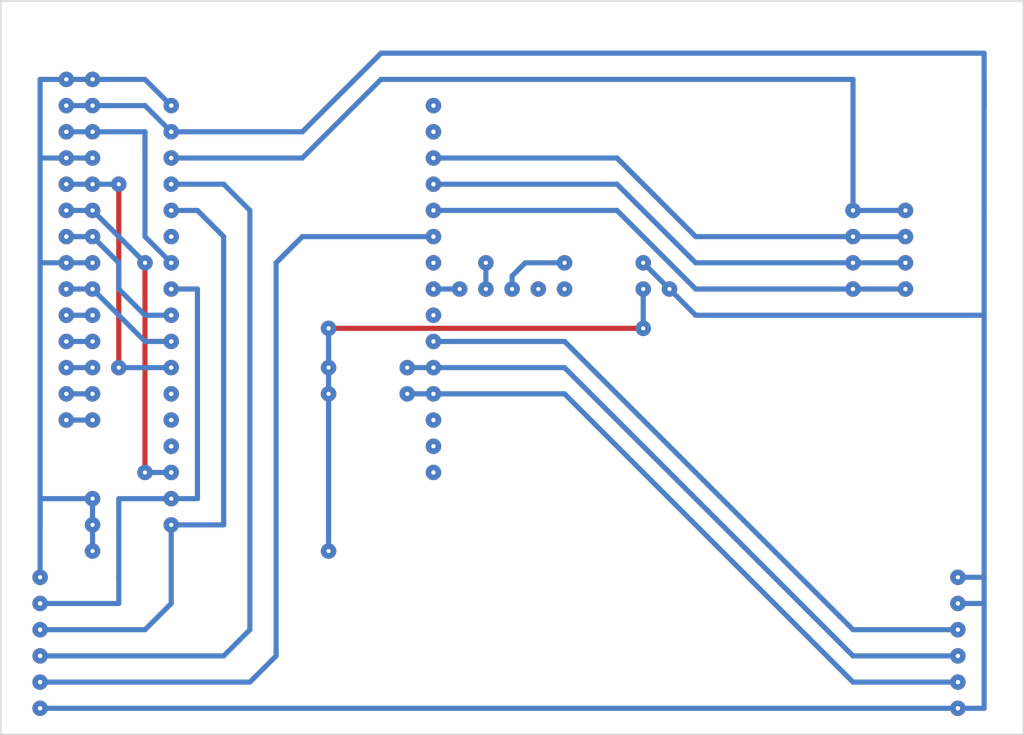
<source format=kicad_pcb>
(kicad_pcb (version 20171130) (host pcbnew "(5.0.1-3-g963ef8bb5)")

  (general
    (thickness 1.6)
    (drawings 4)
    (tracks 437)
    (zones 0)
    (modules 0)
    (nets 1)
  )

  (page A4)
  (layers
    (0 F.Cu signal)
    (31 B.Cu signal)
    (32 B.Adhes user)
    (33 F.Adhes user)
    (34 B.Paste user)
    (35 F.Paste user)
    (36 B.SilkS user)
    (37 F.SilkS user)
    (38 B.Mask user)
    (39 F.Mask user)
    (40 Dwgs.User user)
    (41 Cmts.User user)
    (42 Eco1.User user)
    (43 Eco2.User user)
    (44 Edge.Cuts user)
    (45 Margin user)
    (46 B.CrtYd user)
    (47 F.CrtYd user)
    (48 B.Fab user)
    (49 F.Fab user)
  )

  (setup
    (last_trace_width 0.5)
    (trace_clearance 0.2)
    (zone_clearance 0.508)
    (zone_45_only no)
    (trace_min 0.2)
    (segment_width 0.2)
    (edge_width 0.15)
    (via_size 1.5)
    (via_drill 0.4)
    (via_min_size 0.4)
    (via_min_drill 0.3)
    (uvia_size 0.3)
    (uvia_drill 0.1)
    (uvias_allowed no)
    (uvia_min_size 0.2)
    (uvia_min_drill 0.1)
    (pcb_text_width 0.3)
    (pcb_text_size 1.5 1.5)
    (mod_edge_width 0.15)
    (mod_text_size 1 1)
    (mod_text_width 0.15)
    (pad_size 1.524 1.524)
    (pad_drill 0.762)
    (pad_to_mask_clearance 0.051)
    (solder_mask_min_width 0.25)
    (aux_axis_origin 0 0)
    (visible_elements FFFFFF7F)
    (pcbplotparams
      (layerselection 0x010fc_ffffffff)
      (usegerberextensions false)
      (usegerberattributes false)
      (usegerberadvancedattributes false)
      (creategerberjobfile false)
      (excludeedgelayer true)
      (linewidth 0.150000)
      (plotframeref false)
      (viasonmask false)
      (mode 1)
      (useauxorigin false)
      (hpglpennumber 1)
      (hpglpenspeed 20)
      (hpglpendiameter 15.000000)
      (psnegative false)
      (psa4output false)
      (plotreference true)
      (plotvalue true)
      (plotinvisibletext false)
      (padsonsilk false)
      (subtractmaskfromsilk false)
      (outputformat 1)
      (mirror false)
      (drillshape 1)
      (scaleselection 1)
      (outputdirectory ""))
  )

  (net 0 "")

  (net_class Default "This is the default net class."
    (clearance 0.2)
    (trace_width 0.5)
    (via_dia 1.5)
    (via_drill 0.4)
    (uvia_dia 0.3)
    (uvia_drill 0.1)
  )

  (gr_line (start 44.45 88.9) (end 44.45 17.78) (layer Edge.Cuts) (width 0.15))
  (gr_line (start 143.51 88.9) (end 44.45 88.9) (layer Edge.Cuts) (width 0.15))
  (gr_line (start 143.51 17.78) (end 143.51 88.9) (layer Edge.Cuts) (width 0.15))
  (gr_line (start 44.45 17.78) (end 143.51 17.78) (layer Edge.Cuts) (width 0.15))

  (via (at 60.96 27.94) (size 0.8) (drill 0.4) (layers F.Cu B.Cu) (net 0))
  (via (at 60.96 30.48) (size 0.8) (drill 0.4) (layers F.Cu B.Cu) (net 0))
  (via (at 60.96 33.02) (size 0.8) (drill 0.4) (layers F.Cu B.Cu) (net 0))
  (via (at 60.96 35.56) (size 0.8) (drill 0.4) (layers F.Cu B.Cu) (net 0))
  (via (at 60.96 38.1) (size 0.8) (drill 0.4) (layers F.Cu B.Cu) (net 0))
  (via (at 60.96 38.1) (size 0.8) (drill 0.4) (layers F.Cu B.Cu) (net 0) (tstamp 5C68311F))
  (via (at 60.96 38.1) (size 0.8) (drill 0.4) (layers F.Cu B.Cu) (net 0))
  (via (at 60.96 40.64) (size 0.8) (drill 0.4) (layers F.Cu B.Cu) (net 0))
  (via (at 60.96 43.18) (size 0.8) (drill 0.4) (layers F.Cu B.Cu) (net 0))
  (via (at 60.96 45.72) (size 0.8) (drill 0.4) (layers F.Cu B.Cu) (net 0))
  (via (at 60.96 48.26) (size 0.8) (drill 0.4) (layers F.Cu B.Cu) (net 0))
  (via (at 60.96 50.8) (size 0.8) (drill 0.4) (layers F.Cu B.Cu) (net 0))
  (via (at 60.96 53.34) (size 0.8) (drill 0.4) (layers F.Cu B.Cu) (net 0))
  (via (at 60.96 55.88) (size 0.8) (drill 0.4) (layers F.Cu B.Cu) (net 0))
  (via (at 60.96 58.42) (size 0.8) (drill 0.4) (layers F.Cu B.Cu) (net 0))
  (via (at 60.96 60.96) (size 0.8) (drill 0.4) (layers F.Cu B.Cu) (net 0))
  (via (at 60.96 63.5) (size 0.8) (drill 0.4) (layers F.Cu B.Cu) (net 0))
  (via (at 86.36 27.94) (size 0.8) (drill 0.4) (layers F.Cu B.Cu) (net 0))
  (via (at 86.36 30.48) (size 0.8) (drill 0.4) (layers F.Cu B.Cu) (net 0))
  (via (at 86.36 33.02) (size 0.8) (drill 0.4) (layers F.Cu B.Cu) (net 0))
  (via (at 86.36 35.56) (size 0.8) (drill 0.4) (layers F.Cu B.Cu) (net 0))
  (via (at 86.36 38.1) (size 0.8) (drill 0.4) (layers F.Cu B.Cu) (net 0))
  (via (at 86.36 40.64) (size 0.8) (drill 0.4) (layers F.Cu B.Cu) (net 0))
  (via (at 86.36 43.18) (size 0.8) (drill 0.4) (layers F.Cu B.Cu) (net 0))
  (via (at 86.36 45.72) (size 0.8) (drill 0.4) (layers F.Cu B.Cu) (net 0))
  (via (at 86.36 48.26) (size 0.8) (drill 0.4) (layers F.Cu B.Cu) (net 0))
  (via (at 86.36 50.8) (size 0.8) (drill 0.4) (layers F.Cu B.Cu) (net 0))
  (via (at 86.36 53.34) (size 0.8) (drill 0.4) (layers F.Cu B.Cu) (net 0))
  (via (at 86.36 55.88) (size 0.8) (drill 0.4) (layers F.Cu B.Cu) (net 0))
  (via (at 86.36 58.42) (size 0.8) (drill 0.4) (layers F.Cu B.Cu) (net 0))
  (via (at 86.36 60.96) (size 0.8) (drill 0.4) (layers F.Cu B.Cu) (net 0))
  (via (at 86.36 63.5) (size 0.8) (drill 0.4) (layers F.Cu B.Cu) (net 0))
  (via (at 53.34 25.4) (size 0.8) (drill 0.4) (layers F.Cu B.Cu) (net 0) (status 1000000))
  (via (at 53.34 27.94) (size 0.8) (drill 0.4) (layers F.Cu B.Cu) (net 0))
  (via (at 53.34 30.48) (size 0.8) (drill 0.4) (layers F.Cu B.Cu) (net 0))
  (via (at 53.34 33.02) (size 0.8) (drill 0.4) (layers F.Cu B.Cu) (net 0))
  (via (at 53.34 35.56) (size 0.8) (drill 0.4) (layers F.Cu B.Cu) (net 0))
  (via (at 53.34 38.1) (size 0.8) (drill 0.4) (layers F.Cu B.Cu) (net 0))
  (via (at 53.34 40.64) (size 0.8) (drill 0.4) (layers F.Cu B.Cu) (net 0))
  (via (at 53.34 43.18) (size 0.8) (drill 0.4) (layers F.Cu B.Cu) (net 0))
  (via (at 53.34 45.72) (size 0.8) (drill 0.4) (layers F.Cu B.Cu) (net 0))
  (via (at 53.34 48.26) (size 0.8) (drill 0.4) (layers F.Cu B.Cu) (net 0))
  (via (at 53.34 50.8) (size 0.8) (drill 0.4) (layers F.Cu B.Cu) (net 0))
  (via (at 53.34 53.34) (size 0.8) (drill 0.4) (layers F.Cu B.Cu) (net 0))
  (via (at 53.34 55.88) (size 0.8) (drill 0.4) (layers F.Cu B.Cu) (net 0))
  (via (at 53.34 58.42) (size 0.8) (drill 0.4) (layers F.Cu B.Cu) (net 0))
  (segment (start 50.8 25.4) (end 50.8 25.4) (width 0.25) (layer B.Cu) (net 0) (tstamp 5C683492))
  (via (at 50.8 25.4) (size 0.8) (drill 0.4) (layers F.Cu B.Cu) (net 0))
  (via (at 50.8 27.94) (size 0.8) (drill 0.4) (layers F.Cu B.Cu) (net 0))
  (via (at 50.8 30.48) (size 0.8) (drill 0.4) (layers F.Cu B.Cu) (net 0))
  (via (at 50.8 33.02) (size 0.8) (drill 0.4) (layers F.Cu B.Cu) (net 0))
  (via (at 50.8 35.56) (size 0.8) (drill 0.4) (layers F.Cu B.Cu) (net 0))
  (via (at 50.8 38.1) (size 0.8) (drill 0.4) (layers F.Cu B.Cu) (net 0))
  (via (at 50.8 40.64) (size 0.8) (drill 0.4) (layers F.Cu B.Cu) (net 0))
  (via (at 50.8 43.18) (size 0.8) (drill 0.4) (layers F.Cu B.Cu) (net 0))
  (via (at 50.8 45.72) (size 0.8) (drill 0.4) (layers F.Cu B.Cu) (net 0))
  (via (at 50.8 48.26) (size 0.8) (drill 0.4) (layers F.Cu B.Cu) (net 0))
  (via (at 50.8 50.8) (size 0.8) (drill 0.4) (layers F.Cu B.Cu) (net 0))
  (via (at 50.8 53.34) (size 0.8) (drill 0.4) (layers F.Cu B.Cu) (net 0))
  (via (at 50.8 55.88) (size 0.8) (drill 0.4) (layers F.Cu B.Cu) (net 0))
  (via (at 50.8 58.42) (size 0.8) (drill 0.4) (layers F.Cu B.Cu) (net 0))
  (via (at 127 38.1) (size 0.8) (drill 0.4) (layers F.Cu B.Cu) (net 0))
  (via (at 127 40.64) (size 0.8) (drill 0.4) (layers F.Cu B.Cu) (net 0))
  (via (at 127 43.18) (size 0.8) (drill 0.4) (layers F.Cu B.Cu) (net 0))
  (via (at 127 45.72) (size 0.8) (drill 0.4) (layers F.Cu B.Cu) (net 0))
  (via (at 132.08 45.72) (size 0.8) (drill 0.4) (layers F.Cu B.Cu) (net 0))
  (via (at 132.08 43.18) (size 0.8) (drill 0.4) (layers F.Cu B.Cu) (net 0))
  (via (at 132.08 40.64) (size 0.8) (drill 0.4) (layers F.Cu B.Cu) (net 0))
  (via (at 132.08 38.1) (size 0.8) (drill 0.4) (layers F.Cu B.Cu) (net 0))
  (via (at 48.26 76.2) (size 0.8) (drill 0.4) (layers F.Cu B.Cu) (net 0))
  (via (at 48.26 78.74) (size 0.8) (drill 0.4) (layers F.Cu B.Cu) (net 0))
  (via (at 48.26 81.28) (size 0.8) (drill 0.4) (layers F.Cu B.Cu) (net 0))
  (via (at 48.26 83.82) (size 0.8) (drill 0.4) (layers F.Cu B.Cu) (net 0))
  (via (at 48.26 86.36) (size 0.8) (drill 0.4) (layers F.Cu B.Cu) (net 0))
  (via (at 137.16 76.2) (size 0.8) (drill 0.4) (layers F.Cu B.Cu) (net 0))
  (via (at 137.16 78.74) (size 0.8) (drill 0.4) (layers F.Cu B.Cu) (net 0))
  (via (at 137.16 81.28) (size 0.8) (drill 0.4) (layers F.Cu B.Cu) (net 0))
  (via (at 137.16 83.82) (size 0.8) (drill 0.4) (layers F.Cu B.Cu) (net 0))
  (via (at 137.16 86.36) (size 0.8) (drill 0.4) (layers F.Cu B.Cu) (net 0))
  (via (at 48.26 78.74) (size 0.8) (drill 0.4) (layers F.Cu B.Cu) (net 0) (tstamp 5C6836AE))
  (via (at 48.26 78.74) (size 0.8) (drill 0.4) (layers F.Cu B.Cu) (net 0))
  (via (at 60.96 63.5) (size 0.8) (drill 0.4) (layers F.Cu B.Cu) (net 0) (tstamp 5C6837BA))
  (via (at 60.96 63.5) (size 1.2) (drill 0.4) (layers F.Cu B.Cu) (net 0))
  (via (at 60.96 60.96) (size 0.8) (drill 0.4) (layers F.Cu B.Cu) (net 0) (tstamp 5C6837BC))
  (via (at 60.96 60.96) (size 1.2) (drill 0.4) (layers F.Cu B.Cu) (net 0))
  (via (at 60.96 27.94) (size 0.8) (drill 0.4) (layers F.Cu B.Cu) (net 0) (tstamp 5C6837BF))
  (via (at 60.96 27.94) (size 1.2) (drill 0.4) (layers F.Cu B.Cu) (net 0))
  (via (at 60.96 30.48) (size 0.8) (drill 0.4) (layers F.Cu B.Cu) (net 0) (tstamp 5C6837C1))
  (via (at 60.96 30.48) (size 1.2) (drill 0.4) (layers F.Cu B.Cu) (net 0))
  (via (at 60.96 33.02) (size 0.8) (drill 0.4) (layers F.Cu B.Cu) (net 0) (tstamp 5C6837C3))
  (via (at 60.96 33.02) (size 1.2) (drill 0.4) (layers F.Cu B.Cu) (net 0))
  (via (at 60.96 35.56) (size 0.8) (drill 0.4) (layers F.Cu B.Cu) (net 0) (tstamp 5C6837C5))
  (via (at 60.96 35.56) (size 1.2) (drill 0.4) (layers F.Cu B.Cu) (net 0))
  (via (at 60.96 38.1) (size 0.8) (drill 0.4) (layers F.Cu B.Cu) (net 0) (tstamp 5C6837C7))
  (via (at 60.96 38.1) (size 1.2) (drill 0.4) (layers F.Cu B.Cu) (net 0))
  (via (at 60.96 40.64) (size 0.8) (drill 0.4) (layers F.Cu B.Cu) (net 0) (tstamp 5C6837C9))
  (via (at 60.96 40.64) (size 1.2) (drill 0.4) (layers F.Cu B.Cu) (net 0))
  (via (at 60.96 43.18) (size 0.8) (drill 0.4) (layers F.Cu B.Cu) (net 0) (tstamp 5C6837CB))
  (via (at 60.96 43.18) (size 1.2) (drill 0.4) (layers F.Cu B.Cu) (net 0))
  (via (at 60.96 45.72) (size 0.8) (drill 0.4) (layers F.Cu B.Cu) (net 0) (tstamp 5C6837CD))
  (via (at 60.96 45.72) (size 1.2) (drill 0.4) (layers F.Cu B.Cu) (net 0))
  (via (at 60.96 48.26) (size 0.8) (drill 0.4) (layers F.Cu B.Cu) (net 0) (tstamp 5C6837CF))
  (via (at 60.96 48.26) (size 1.2) (drill 0.4) (layers F.Cu B.Cu) (net 0))
  (via (at 60.96 50.8) (size 0.8) (drill 0.4) (layers F.Cu B.Cu) (net 0) (tstamp 5C6837D1))
  (via (at 60.96 50.8) (size 1.2) (drill 0.4) (layers F.Cu B.Cu) (net 0))
  (via (at 60.96 53.34) (size 0.8) (drill 0.4) (layers F.Cu B.Cu) (net 0) (tstamp 5C6837D3))
  (via (at 60.96 53.34) (size 1.2) (drill 0.4) (layers F.Cu B.Cu) (net 0))
  (via (at 60.96 55.88) (size 0.8) (drill 0.4) (layers F.Cu B.Cu) (net 0) (tstamp 5C6837D5))
  (via (at 60.96 55.88) (size 1.2) (drill 0.4) (layers F.Cu B.Cu) (net 0))
  (via (at 60.96 58.42) (size 0.8) (drill 0.4) (layers F.Cu B.Cu) (net 0) (tstamp 5C6837D7))
  (via (at 60.96 58.42) (size 1.2) (drill 0.4) (layers F.Cu B.Cu) (net 0))
  (via (at 60.96 60.96) (size 0.8) (drill 0.4) (layers F.Cu B.Cu) (net 0) (tstamp 5C6837D9))
  (via (at 60.96 60.96) (size 1.2) (drill 0.4) (layers F.Cu B.Cu) (net 0))
  (via (at 86.36 27.94) (size 0.8) (drill 0.4) (layers F.Cu B.Cu) (net 0) (tstamp 5C6837DB))
  (via (at 86.36 27.94) (size 1.2) (drill 0.4) (layers F.Cu B.Cu) (net 0))
  (via (at 86.36 30.48) (size 0.8) (drill 0.4) (layers F.Cu B.Cu) (net 0) (tstamp 5C6837DD))
  (via (at 86.36 30.48) (size 1.2) (drill 0.4) (layers F.Cu B.Cu) (net 0))
  (via (at 86.36 33.02) (size 0.8) (drill 0.4) (layers F.Cu B.Cu) (net 0) (tstamp 5C6837DF))
  (via (at 86.36 33.02) (size 1.2) (drill 0.4) (layers F.Cu B.Cu) (net 0))
  (via (at 86.36 35.56) (size 0.8) (drill 0.4) (layers F.Cu B.Cu) (net 0) (tstamp 5C6837E1))
  (via (at 86.36 35.56) (size 1.2) (drill 0.4) (layers F.Cu B.Cu) (net 0))
  (via (at 86.36 38.1) (size 0.8) (drill 0.4) (layers F.Cu B.Cu) (net 0) (tstamp 5C6837E3))
  (via (at 86.36 38.1) (size 1.2) (drill 0.4) (layers F.Cu B.Cu) (net 0))
  (via (at 86.36 40.64) (size 0.8) (drill 0.4) (layers F.Cu B.Cu) (net 0) (tstamp 5C6837E5))
  (via (at 86.36 40.64) (size 1.2) (drill 0.4) (layers F.Cu B.Cu) (net 0))
  (via (at 60.96 63.5) (size 0.8) (drill 0.4) (layers F.Cu B.Cu) (net 0) (tstamp 5C6837EF))
  (via (at 60.96 63.5) (size 1.2) (drill 0.4) (layers F.Cu B.Cu) (net 0))
  (via (at 60.96 63.5) (size 0.8) (drill 0.4) (layers F.Cu B.Cu) (net 0) (tstamp 5C6837F3))
  (via (at 60.96 63.5) (size 1.5) (drill 0.4) (layers F.Cu B.Cu) (net 0))
  (via (at 60.96 60.96) (size 0.8) (drill 0.4) (layers F.Cu B.Cu) (net 0) (tstamp 5C6837F5))
  (via (at 60.96 60.96) (size 1.5) (drill 0.4) (layers F.Cu B.Cu) (net 0))
  (via (at 60.96 60.96) (size 0.8) (drill 0.4) (layers F.Cu B.Cu) (net 0) (tstamp 5C6837F7))
  (via (at 60.96 60.96) (size 1.5) (drill 0.4) (layers F.Cu B.Cu) (net 0))
  (via (at 60.96 58.42) (size 0.8) (drill 0.4) (layers F.Cu B.Cu) (net 0) (tstamp 5C6837F9))
  (via (at 60.96 58.42) (size 1.5) (drill 0.4) (layers F.Cu B.Cu) (net 0))
  (via (at 60.96 55.88) (size 0.8) (drill 0.4) (layers F.Cu B.Cu) (net 0) (tstamp 5C6837FB))
  (via (at 60.96 55.88) (size 1.5) (drill 0.4) (layers F.Cu B.Cu) (net 0))
  (via (at 60.96 53.34) (size 0.8) (drill 0.4) (layers F.Cu B.Cu) (net 0) (tstamp 5C6837FD))
  (via (at 60.96 53.34) (size 1.5) (drill 0.4) (layers F.Cu B.Cu) (net 0))
  (via (at 60.96 50.8) (size 0.8) (drill 0.4) (layers F.Cu B.Cu) (net 0) (tstamp 5C6837FF))
  (via (at 60.96 50.8) (size 1.5) (drill 0.4) (layers F.Cu B.Cu) (net 0))
  (via (at 60.96 48.26) (size 0.8) (drill 0.4) (layers F.Cu B.Cu) (net 0) (tstamp 5C683801))
  (via (at 60.96 48.26) (size 1.5) (drill 0.4) (layers F.Cu B.Cu) (net 0))
  (via (at 60.96 45.72) (size 0.8) (drill 0.4) (layers F.Cu B.Cu) (net 0) (tstamp 5C683803))
  (via (at 60.96 45.72) (size 1.5) (drill 0.4) (layers F.Cu B.Cu) (net 0))
  (via (at 60.96 43.18) (size 0.8) (drill 0.4) (layers F.Cu B.Cu) (net 0) (tstamp 5C683805))
  (via (at 60.96 43.18) (size 1.5) (drill 0.4) (layers F.Cu B.Cu) (net 0))
  (via (at 60.96 40.64) (size 0.8) (drill 0.4) (layers F.Cu B.Cu) (net 0) (tstamp 5C683807))
  (via (at 60.96 40.64) (size 1.5) (drill 0.4) (layers F.Cu B.Cu) (net 0))
  (via (at 60.96 38.1) (size 0.8) (drill 0.4) (layers F.Cu B.Cu) (net 0) (tstamp 5C683809))
  (via (at 60.96 38.1) (size 1.5) (drill 0.4) (layers F.Cu B.Cu) (net 0))
  (via (at 60.96 35.56) (size 0.8) (drill 0.4) (layers F.Cu B.Cu) (net 0) (tstamp 5C68380B))
  (via (at 60.96 35.56) (size 1.5) (drill 0.4) (layers F.Cu B.Cu) (net 0))
  (via (at 60.96 33.02) (size 0.8) (drill 0.4) (layers F.Cu B.Cu) (net 0) (tstamp 5C68380D))
  (via (at 60.96 33.02) (size 1.5) (drill 0.4) (layers F.Cu B.Cu) (net 0))
  (via (at 60.96 30.48) (size 0.8) (drill 0.4) (layers F.Cu B.Cu) (net 0) (tstamp 5C68380F))
  (via (at 60.96 30.48) (size 1.5) (drill 0.4) (layers F.Cu B.Cu) (net 0))
  (via (at 60.96 27.94) (size 0.8) (drill 0.4) (layers F.Cu B.Cu) (net 0) (tstamp 5C683811))
  (via (at 60.96 27.94) (size 1.5) (drill 0.4) (layers F.Cu B.Cu) (net 0))
  (via (at 53.34 25.4) (size 0.8) (drill 0.4) (layers F.Cu B.Cu) (net 0) (tstamp 5C683813))
  (via (at 53.34 25.4) (size 1.5) (drill 0.4) (layers F.Cu B.Cu) (net 0))
  (via (at 53.34 27.94) (size 0.8) (drill 0.4) (layers F.Cu B.Cu) (net 0) (tstamp 5C683815))
  (via (at 53.34 27.94) (size 1.5) (drill 0.4) (layers F.Cu B.Cu) (net 0))
  (via (at 53.34 30.48) (size 0.8) (drill 0.4) (layers F.Cu B.Cu) (net 0) (tstamp 5C683817))
  (via (at 53.34 30.48) (size 1.5) (drill 0.4) (layers F.Cu B.Cu) (net 0))
  (via (at 53.34 33.02) (size 0.8) (drill 0.4) (layers F.Cu B.Cu) (net 0) (tstamp 5C683819))
  (via (at 53.34 33.02) (size 1.5) (drill 0.4) (layers F.Cu B.Cu) (net 0))
  (via (at 53.34 35.56) (size 0.8) (drill 0.4) (layers F.Cu B.Cu) (net 0) (tstamp 5C68381B))
  (via (at 53.34 35.56) (size 1.5) (drill 0.4) (layers F.Cu B.Cu) (net 0))
  (via (at 53.34 38.1) (size 0.8) (drill 0.4) (layers F.Cu B.Cu) (net 0) (tstamp 5C68381D))
  (via (at 53.34 38.1) (size 1.5) (drill 0.4) (layers F.Cu B.Cu) (net 0))
  (via (at 53.34 40.64) (size 0.8) (drill 0.4) (layers F.Cu B.Cu) (net 0) (tstamp 5C68381F))
  (via (at 53.34 40.64) (size 1.5) (drill 0.4) (layers F.Cu B.Cu) (net 0))
  (via (at 53.34 43.18) (size 0.8) (drill 0.4) (layers F.Cu B.Cu) (net 0) (tstamp 5C683821))
  (via (at 53.34 43.18) (size 1.5) (drill 0.4) (layers F.Cu B.Cu) (net 0))
  (via (at 53.34 45.72) (size 0.8) (drill 0.4) (layers F.Cu B.Cu) (net 0) (tstamp 5C683823))
  (via (at 53.34 45.72) (size 1.5) (drill 0.4) (layers F.Cu B.Cu) (net 0))
  (via (at 53.34 48.26) (size 0.8) (drill 0.4) (layers F.Cu B.Cu) (net 0) (tstamp 5C683825))
  (via (at 53.34 48.26) (size 1.5) (drill 0.4) (layers F.Cu B.Cu) (net 0))
  (via (at 53.34 50.8) (size 0.8) (drill 0.4) (layers F.Cu B.Cu) (net 0) (tstamp 5C683827))
  (via (at 53.34 50.8) (size 1.5) (drill 0.4) (layers F.Cu B.Cu) (net 0))
  (via (at 53.34 53.34) (size 0.8) (drill 0.4) (layers F.Cu B.Cu) (net 0) (tstamp 5C683829))
  (via (at 53.34 53.34) (size 1.5) (drill 0.4) (layers F.Cu B.Cu) (net 0))
  (via (at 53.34 55.88) (size 0.8) (drill 0.4) (layers F.Cu B.Cu) (net 0) (tstamp 5C68382B))
  (via (at 53.34 55.88) (size 1.5) (drill 0.4) (layers F.Cu B.Cu) (net 0))
  (via (at 53.34 58.42) (size 0.8) (drill 0.4) (layers F.Cu B.Cu) (net 0) (tstamp 5C68382D))
  (via (at 53.34 58.42) (size 1.5) (drill 0.4) (layers F.Cu B.Cu) (net 0))
  (segment (start 50.8 25.4) (end 50.8 25.4) (width 0.25) (layer B.Cu) (net 0) (tstamp 5C68382F))
  (via (at 50.8 25.4) (size 1.5) (drill 0.4) (layers F.Cu B.Cu) (net 0))
  (via (at 50.8 27.94) (size 0.8) (drill 0.4) (layers F.Cu B.Cu) (net 0) (tstamp 5C683831))
  (via (at 50.8 27.94) (size 1.5) (drill 0.4) (layers F.Cu B.Cu) (net 0))
  (via (at 50.8 30.48) (size 0.8) (drill 0.4) (layers F.Cu B.Cu) (net 0) (tstamp 5C683833))
  (via (at 50.8 30.48) (size 1.5) (drill 0.4) (layers F.Cu B.Cu) (net 0))
  (via (at 50.8 33.02) (size 0.8) (drill 0.4) (layers F.Cu B.Cu) (net 0) (tstamp 5C683835))
  (via (at 50.8 33.02) (size 1.5) (drill 0.4) (layers F.Cu B.Cu) (net 0))
  (via (at 50.8 35.56) (size 0.8) (drill 0.4) (layers F.Cu B.Cu) (net 0) (tstamp 5C683837))
  (via (at 50.8 35.56) (size 1.5) (drill 0.4) (layers F.Cu B.Cu) (net 0))
  (via (at 50.8 38.1) (size 0.8) (drill 0.4) (layers F.Cu B.Cu) (net 0) (tstamp 5C683839))
  (via (at 50.8 38.1) (size 1.5) (drill 0.4) (layers F.Cu B.Cu) (net 0))
  (via (at 50.8 40.64) (size 0.8) (drill 0.4) (layers F.Cu B.Cu) (net 0) (tstamp 5C68383B))
  (via (at 50.8 40.64) (size 1.5) (drill 0.4) (layers F.Cu B.Cu) (net 0))
  (via (at 50.8 43.18) (size 0.8) (drill 0.4) (layers F.Cu B.Cu) (net 0) (tstamp 5C68383D))
  (via (at 50.8 43.18) (size 1.5) (drill 0.4) (layers F.Cu B.Cu) (net 0))
  (via (at 50.8 45.72) (size 0.8) (drill 0.4) (layers F.Cu B.Cu) (net 0) (tstamp 5C68383F))
  (via (at 50.8 45.72) (size 1.5) (drill 0.4) (layers F.Cu B.Cu) (net 0))
  (via (at 50.8 48.26) (size 0.8) (drill 0.4) (layers F.Cu B.Cu) (net 0) (tstamp 5C683841))
  (via (at 50.8 48.26) (size 1.5) (drill 0.4) (layers F.Cu B.Cu) (net 0))
  (via (at 50.8 50.8) (size 0.8) (drill 0.4) (layers F.Cu B.Cu) (net 0) (tstamp 5C683843))
  (via (at 50.8 50.8) (size 1.5) (drill 0.4) (layers F.Cu B.Cu) (net 0))
  (via (at 50.8 53.34) (size 0.8) (drill 0.4) (layers F.Cu B.Cu) (net 0) (tstamp 5C683845))
  (via (at 50.8 53.34) (size 1.5) (drill 0.4) (layers F.Cu B.Cu) (net 0))
  (via (at 50.8 55.88) (size 0.8) (drill 0.4) (layers F.Cu B.Cu) (net 0) (tstamp 5C683847))
  (via (at 50.8 55.88) (size 1.5) (drill 0.4) (layers F.Cu B.Cu) (net 0))
  (via (at 50.8 58.42) (size 0.8) (drill 0.4) (layers F.Cu B.Cu) (net 0) (tstamp 5C683849))
  (via (at 50.8 58.42) (size 1.5) (drill 0.4) (layers F.Cu B.Cu) (net 0))
  (via (at 86.36 27.94) (size 0.8) (drill 0.4) (layers F.Cu B.Cu) (net 0) (tstamp 5C68384B))
  (via (at 86.36 27.94) (size 1.5) (drill 0.4) (layers F.Cu B.Cu) (net 0))
  (via (at 86.36 30.48) (size 0.8) (drill 0.4) (layers F.Cu B.Cu) (net 0) (tstamp 5C68384D))
  (via (at 86.36 30.48) (size 1.5) (drill 0.4) (layers F.Cu B.Cu) (net 0))
  (via (at 86.36 33.02) (size 0.8) (drill 0.4) (layers F.Cu B.Cu) (net 0) (tstamp 5C68384F))
  (via (at 86.36 33.02) (size 1.5) (drill 0.4) (layers F.Cu B.Cu) (net 0))
  (via (at 86.36 35.56) (size 0.8) (drill 0.4) (layers F.Cu B.Cu) (net 0) (tstamp 5C683851))
  (via (at 86.36 35.56) (size 1.5) (drill 0.4) (layers F.Cu B.Cu) (net 0))
  (via (at 86.36 38.1) (size 0.8) (drill 0.4) (layers F.Cu B.Cu) (net 0) (tstamp 5C683853))
  (via (at 86.36 38.1) (size 1.5) (drill 0.4) (layers F.Cu B.Cu) (net 0))
  (via (at 86.36 40.64) (size 0.8) (drill 0.4) (layers F.Cu B.Cu) (net 0) (tstamp 5C683855))
  (via (at 86.36 40.64) (size 1.5) (drill 0.4) (layers F.Cu B.Cu) (net 0))
  (via (at 86.36 43.18) (size 0.8) (drill 0.4) (layers F.Cu B.Cu) (net 0) (tstamp 5C683857))
  (via (at 86.36 43.18) (size 1.5) (drill 0.4) (layers F.Cu B.Cu) (net 0))
  (via (at 86.36 45.72) (size 0.8) (drill 0.4) (layers F.Cu B.Cu) (net 0) (tstamp 5C683859))
  (via (at 86.36 45.72) (size 1.5) (drill 0.4) (layers F.Cu B.Cu) (net 0))
  (via (at 86.36 48.26) (size 0.8) (drill 0.4) (layers F.Cu B.Cu) (net 0) (tstamp 5C68385B))
  (via (at 86.36 48.26) (size 1.5) (drill 0.4) (layers F.Cu B.Cu) (net 0))
  (via (at 86.36 50.8) (size 0.8) (drill 0.4) (layers F.Cu B.Cu) (net 0) (tstamp 5C68385D))
  (via (at 86.36 50.8) (size 1.5) (drill 0.4) (layers F.Cu B.Cu) (net 0))
  (via (at 86.36 53.34) (size 0.8) (drill 0.4) (layers F.Cu B.Cu) (net 0) (tstamp 5C68385F))
  (via (at 86.36 53.34) (size 1.5) (drill 0.4) (layers F.Cu B.Cu) (net 0))
  (via (at 86.36 55.88) (size 0.8) (drill 0.4) (layers F.Cu B.Cu) (net 0) (tstamp 5C683861))
  (via (at 86.36 55.88) (size 1.5) (drill 0.4) (layers F.Cu B.Cu) (net 0))
  (via (at 86.36 58.42) (size 0.8) (drill 0.4) (layers F.Cu B.Cu) (net 0) (tstamp 5C683863))
  (via (at 86.36 58.42) (size 1.5) (drill 0.4) (layers F.Cu B.Cu) (net 0))
  (via (at 86.36 60.96) (size 0.8) (drill 0.4) (layers F.Cu B.Cu) (net 0) (tstamp 5C683865))
  (via (at 86.36 60.96) (size 1.5) (drill 0.4) (layers F.Cu B.Cu) (net 0))
  (via (at 86.36 63.5) (size 0.8) (drill 0.4) (layers F.Cu B.Cu) (net 0) (tstamp 5C683867))
  (via (at 86.36 63.5) (size 1.5) (drill 0.4) (layers F.Cu B.Cu) (net 0))
  (via (at 127 38.1) (size 0.8) (drill 0.4) (layers F.Cu B.Cu) (net 0) (tstamp 5C683869))
  (via (at 127 38.1) (size 1.5) (drill 0.4) (layers F.Cu B.Cu) (net 0))
  (via (at 127 40.64) (size 0.8) (drill 0.4) (layers F.Cu B.Cu) (net 0) (tstamp 5C68386B))
  (via (at 127 40.64) (size 1.5) (drill 0.4) (layers F.Cu B.Cu) (net 0))
  (via (at 127 43.18) (size 0.8) (drill 0.4) (layers F.Cu B.Cu) (net 0) (tstamp 5C68386D))
  (via (at 127 43.18) (size 1.5) (drill 0.4) (layers F.Cu B.Cu) (net 0))
  (via (at 127 45.72) (size 0.8) (drill 0.4) (layers F.Cu B.Cu) (net 0) (tstamp 5C68386F))
  (via (at 127 45.72) (size 1.5) (drill 0.4) (layers F.Cu B.Cu) (net 0))
  (via (at 132.08 45.72) (size 0.8) (drill 0.4) (layers F.Cu B.Cu) (net 0) (tstamp 5C683871))
  (via (at 132.08 45.72) (size 1.5) (drill 0.4) (layers F.Cu B.Cu) (net 0))
  (via (at 132.08 43.18) (size 0.8) (drill 0.4) (layers F.Cu B.Cu) (net 0) (tstamp 5C683873))
  (via (at 132.08 43.18) (size 1.5) (drill 0.4) (layers F.Cu B.Cu) (net 0))
  (via (at 132.08 40.64) (size 0.8) (drill 0.4) (layers F.Cu B.Cu) (net 0) (tstamp 5C683875))
  (via (at 132.08 40.64) (size 1.5) (drill 0.4) (layers F.Cu B.Cu) (net 0))
  (via (at 132.08 38.1) (size 0.8) (drill 0.4) (layers F.Cu B.Cu) (net 0) (tstamp 5C683877))
  (via (at 132.08 38.1) (size 1.5) (drill 0.4) (layers F.Cu B.Cu) (net 0))
  (via (at 137.16 76.2) (size 0.8) (drill 0.4) (layers F.Cu B.Cu) (net 0) (tstamp 5C683879))
  (via (at 137.16 76.2) (size 1.5) (drill 0.4) (layers F.Cu B.Cu) (net 0))
  (via (at 137.16 78.74) (size 0.8) (drill 0.4) (layers F.Cu B.Cu) (net 0) (tstamp 5C68387B))
  (via (at 137.16 78.74) (size 1.5) (drill 0.4) (layers F.Cu B.Cu) (net 0))
  (via (at 137.16 81.28) (size 0.8) (drill 0.4) (layers F.Cu B.Cu) (net 0) (tstamp 5C68387D))
  (via (at 137.16 81.28) (size 1.5) (drill 0.4) (layers F.Cu B.Cu) (net 0))
  (via (at 137.16 83.82) (size 0.8) (drill 0.4) (layers F.Cu B.Cu) (net 0) (tstamp 5C68387F))
  (via (at 137.16 83.82) (size 1.5) (drill 0.4) (layers F.Cu B.Cu) (net 0))
  (via (at 137.16 86.36) (size 0.8) (drill 0.4) (layers F.Cu B.Cu) (net 0) (tstamp 5C683881))
  (via (at 137.16 86.36) (size 1.5) (drill 0.4) (layers F.Cu B.Cu) (net 0))
  (via (at 48.26 76.2) (size 0.8) (drill 0.4) (layers F.Cu B.Cu) (net 0) (tstamp 5C683885))
  (via (at 48.26 73.66) (size 1.5) (drill 0.4) (layers F.Cu B.Cu) (net 0))
  (via (at 48.26 78.74) (size 0.8) (drill 0.4) (layers F.Cu B.Cu) (net 0) (tstamp 5C683887))
  (via (at 48.26 78.74) (size 1.5) (drill 0.4) (layers F.Cu B.Cu) (net 0))
  (via (at 48.26 81.28) (size 0.8) (drill 0.4) (layers F.Cu B.Cu) (net 0) (tstamp 5C683889))
  (via (at 48.26 81.28) (size 1.5) (drill 0.4) (layers F.Cu B.Cu) (net 0))
  (via (at 48.26 83.82) (size 0.8) (drill 0.4) (layers F.Cu B.Cu) (net 0) (tstamp 5C68388B))
  (via (at 48.26 83.82) (size 1.5) (drill 0.4) (layers F.Cu B.Cu) (net 0))
  (via (at 48.26 86.36) (size 0.8) (drill 0.4) (layers F.Cu B.Cu) (net 0) (tstamp 5C68388D))
  (via (at 48.26 86.36) (size 1.5) (drill 0.4) (layers F.Cu B.Cu) (net 0))
  (segment (start 50.8 25.4) (end 53.34 25.4) (width 0.5) (layer B.Cu) (net 0))
  (segment (start 50.8 27.94) (end 53.34 27.94) (width 0.5) (layer B.Cu) (net 0))
  (segment (start 50.8 30.48) (end 53.34 30.48) (width 0.5) (layer B.Cu) (net 0))
  (segment (start 50.8 33.02) (end 53.34 33.02) (width 0.5) (layer B.Cu) (net 0))
  (segment (start 53.34 25.4) (end 58.42 25.4) (width 0.5) (layer B.Cu) (net 0))
  (segment (start 58.42 25.4) (end 60.96 27.94) (width 0.5) (layer B.Cu) (net 0))
  (segment (start 53.34 27.94) (end 58.42 27.94) (width 0.5) (layer B.Cu) (net 0))
  (segment (start 58.42 27.94) (end 60.96 30.48) (width 0.5) (layer B.Cu) (net 0))
  (segment (start 50.8 35.56) (end 53.34 35.56) (width 0.5) (layer B.Cu) (net 0))
  (segment (start 50.8 38.1) (end 53.34 38.1) (width 0.5) (layer B.Cu) (net 0))
  (segment (start 50.8 40.64) (end 53.34 40.64) (width 0.5) (layer B.Cu) (net 0))
  (segment (start 50.8 43.18) (end 53.34 43.18) (width 0.5) (layer B.Cu) (net 0))
  (segment (start 50.8 45.72) (end 53.34 45.72) (width 0.5) (layer B.Cu) (net 0))
  (segment (start 50.8 48.26) (end 53.34 48.26) (width 0.5) (layer B.Cu) (net 0))
  (segment (start 50.8 50.8) (end 53.34 50.8) (width 0.5) (layer B.Cu) (net 0))
  (segment (start 50.8 53.34) (end 53.34 53.34) (width 0.5) (layer B.Cu) (net 0))
  (segment (start 50.8 55.88) (end 53.34 55.88) (width 0.5) (layer B.Cu) (net 0))
  (segment (start 50.8 58.42) (end 53.34 58.42) (width 0.5) (layer B.Cu) (net 0))
  (segment (start 48.26 25.4) (end 50.8 25.4) (width 0.5) (layer B.Cu) (net 0))
  (segment (start 50.8 33.02) (end 48.26 33.02) (width 0.5) (layer B.Cu) (net 0))
  (segment (start 48.26 33.02) (end 48.26 25.4) (width 0.5) (layer B.Cu) (net 0))
  (segment (start 50.8 43.18) (end 48.26 43.18) (width 0.5) (layer B.Cu) (net 0))
  (segment (start 48.26 43.18) (end 48.26 33.02) (width 0.5) (layer B.Cu) (net 0))
  (segment (start 53.34 30.48) (end 58.42 30.48) (width 0.5) (layer B.Cu) (net 0))
  (segment (start 58.42 30.48) (end 58.42 33.02) (width 0.5) (layer B.Cu) (net 0))
  (segment (start 58.42 40.64) (end 60.96 43.18) (width 0.5) (layer B.Cu) (net 0))
  (segment (start 58.42 30.48) (end 58.42 40.64) (width 0.5) (layer B.Cu) (net 0))
  (segment (start 60.96 33.02) (end 73.66 33.02) (width 0.5) (layer B.Cu) (net 0))
  (segment (start 73.66 33.02) (end 81.28 25.4) (width 0.5) (layer B.Cu) (net 0))
  (segment (start 81.28 25.4) (end 127 25.4) (width 0.5) (layer B.Cu) (net 0))
  (segment (start 127 25.4) (end 127 38.1) (width 0.5) (layer B.Cu) (net 0))
  (segment (start 129.54 38.1) (end 127 38.1) (width 0.5) (layer B.Cu) (net 0))
  (segment (start 132.08 38.1) (end 129.54 38.1) (width 0.5) (layer B.Cu) (net 0))
  (segment (start 127 40.64) (end 132.08 40.64) (width 0.5) (layer B.Cu) (net 0))
  (segment (start 127 43.18) (end 132.08 43.18) (width 0.5) (layer B.Cu) (net 0))
  (segment (start 127 45.72) (end 132.08 45.72) (width 0.5) (layer B.Cu) (net 0))
  (segment (start 60.96 30.48) (end 73.66 30.48) (width 0.5) (layer B.Cu) (net 0))
  (segment (start 73.66 30.48) (end 81.28 22.86) (width 0.5) (layer B.Cu) (net 0))
  (segment (start 81.28 22.86) (end 139.7 22.86) (width 0.5) (layer B.Cu) (net 0))
  (segment (start 139.7 22.86) (end 139.7 27.94) (width 0.5) (layer B.Cu) (net 0))
  (segment (start 139.7 27.94) (end 139.7 25.4) (width 0.5) (layer B.Cu) (net 0))
  (segment (start 139.7 38.1) (end 139.7 27.94) (width 0.5) (layer B.Cu) (net 0))
  (segment (start 111.76 40.64) (end 127 40.64) (width 0.5) (layer B.Cu) (net 0))
  (segment (start 104.14 33.02) (end 111.76 40.64) (width 0.5) (layer B.Cu) (net 0))
  (segment (start 86.36 33.02) (end 104.14 33.02) (width 0.5) (layer B.Cu) (net 0))
  (segment (start 111.76 43.18) (end 127 43.18) (width 0.5) (layer B.Cu) (net 0))
  (segment (start 104.14 35.56) (end 111.76 43.18) (width 0.5) (layer B.Cu) (net 0))
  (segment (start 86.36 35.56) (end 104.14 35.56) (width 0.5) (layer B.Cu) (net 0))
  (segment (start 86.36 38.1) (end 104.14 38.1) (width 0.5) (layer B.Cu) (net 0))
  (segment (start 104.14 38.1) (end 111.76 45.72) (width 0.5) (layer B.Cu) (net 0))
  (segment (start 111.76 45.72) (end 127 45.72) (width 0.5) (layer B.Cu) (net 0))
  (segment (start 86.36 53.34) (end 96.52 53.34) (width 0.5) (layer B.Cu) (net 0))
  (via (at 48.26 76.2) (size 0.8) (drill 0.4) (layers F.Cu B.Cu) (net 0) (tstamp 5C6842EE))
  (via (at 48.26 76.2) (size 1.5) (drill 0.4) (layers F.Cu B.Cu) (net 0))
  (via (at 137.16 73.66) (size 1.5) (drill 0.4) (layers F.Cu B.Cu) (net 0))
  (segment (start 137.16 73.66) (end 139.7 73.66) (width 0.5) (layer B.Cu) (net 0))
  (segment (start 139.7 73.66) (end 139.7 76.2) (width 0.5) (layer B.Cu) (net 0))
  (segment (start 137.16 76.2) (end 139.7 76.2) (width 0.5) (layer B.Cu) (net 0))
  (segment (start 127 78.74) (end 137.16 78.74) (width 0.5) (layer B.Cu) (net 0))
  (segment (start 99.06 50.8) (end 127 78.74) (width 0.5) (layer B.Cu) (net 0))
  (segment (start 86.36 50.8) (end 99.06 50.8) (width 0.5) (layer B.Cu) (net 0))
  (segment (start 96.52 53.34) (end 99.06 53.34) (width 0.5) (layer B.Cu) (net 0))
  (segment (start 99.06 53.34) (end 127 81.28) (width 0.5) (layer B.Cu) (net 0))
  (segment (start 127 81.28) (end 137.16 81.28) (width 0.5) (layer B.Cu) (net 0))
  (segment (start 127 83.82) (end 137.16 83.82) (width 0.5) (layer B.Cu) (net 0))
  (segment (start 99.06 55.88) (end 127 83.82) (width 0.5) (layer B.Cu) (net 0))
  (segment (start 86.36 55.88) (end 99.06 55.88) (width 0.5) (layer B.Cu) (net 0))
  (segment (start 66.04 40.64) (end 66.04 68.58) (width 0.5) (layer B.Cu) (net 0))
  (segment (start 63.5 38.1) (end 66.04 40.64) (width 0.5) (layer B.Cu) (net 0))
  (segment (start 60.96 38.1) (end 63.5 38.1) (width 0.5) (layer B.Cu) (net 0))
  (segment (start 60.96 45.72) (end 63.5 45.72) (width 0.5) (layer B.Cu) (net 0))
  (segment (start 63.5 45.72) (end 63.5 66.04) (width 0.5) (layer B.Cu) (net 0))
  (segment (start 60.96 48.26) (end 58.42 48.26) (width 0.5) (layer B.Cu) (net 0))
  (segment (start 58.42 48.26) (end 55.88 45.72) (width 0.5) (layer B.Cu) (net 0))
  (segment (start 55.88 45.72) (end 55.88 43.18) (width 0.5) (layer B.Cu) (net 0))
  (segment (start 55.88 43.18) (end 53.34 40.64) (width 0.5) (layer B.Cu) (net 0))
  (segment (start 58.42 50.8) (end 60.96 50.8) (width 0.5) (layer B.Cu) (net 0))
  (segment (start 53.34 45.72) (end 58.42 50.8) (width 0.5) (layer B.Cu) (net 0))
  (segment (start 53.34 38.1) (end 58.42 43.18) (width 0.5) (layer B.Cu) (net 0))
  (segment (start 58.42 43.18) (end 58.42 43.18) (width 0.5) (layer B.Cu) (net 0) (tstamp 5C684667))
  (via (at 58.42 43.18) (size 1.5) (drill 0.4) (layers F.Cu B.Cu) (net 0))
  (via (at 58.42 63.5) (size 1.5) (drill 0.4) (layers F.Cu B.Cu) (net 0))
  (segment (start 60.96 63.5) (end 58.42 63.5) (width 0.5) (layer B.Cu) (net 0))
  (via (at 55.88 35.56) (size 1.5) (drill 0.4) (layers F.Cu B.Cu) (net 0))
  (segment (start 53.34 35.56) (end 55.88 35.56) (width 0.5) (layer B.Cu) (net 0))
  (via (at 55.88 53.34) (size 1.5) (drill 0.4) (layers F.Cu B.Cu) (net 0))
  (segment (start 55.88 53.34) (end 60.96 53.34) (width 0.5) (layer B.Cu) (net 0))
  (via (at 53.34 66.04) (size 1.5) (drill 0.4) (layers F.Cu B.Cu) (net 0))
  (via (at 53.34 68.58) (size 1.5) (drill 0.4) (layers F.Cu B.Cu) (net 0))
  (segment (start 53.34 66.04) (end 48.26 66.04) (width 0.5) (layer B.Cu) (net 0))
  (segment (start 48.26 66.04) (end 48.26 68.58) (width 0.5) (layer B.Cu) (net 0))
  (segment (start 48.26 68.58) (end 48.26 73.66) (width 0.5) (layer B.Cu) (net 0))
  (segment (start 48.26 43.18) (end 48.26 68.58) (width 0.5) (layer B.Cu) (net 0))
  (segment (start 86.36 40.64) (end 73.66 40.64) (width 0.5) (layer B.Cu) (net 0))
  (segment (start 73.66 40.64) (end 71.12 43.18) (width 0.5) (layer B.Cu) (net 0))
  (segment (start 71.12 43.18) (end 71.12 81.28) (width 0.5) (layer B.Cu) (net 0))
  (segment (start 71.12 81.28) (end 68.58 83.82) (width 0.5) (layer B.Cu) (net 0))
  (segment (start 68.58 83.82) (end 48.26 83.82) (width 0.5) (layer B.Cu) (net 0))
  (segment (start 68.58 38.1) (end 68.58 78.74) (width 0.5) (layer B.Cu) (net 0))
  (segment (start 66.04 35.56) (end 68.58 38.1) (width 0.5) (layer B.Cu) (net 0))
  (segment (start 66.04 81.28) (end 48.26 81.28) (width 0.5) (layer B.Cu) (net 0))
  (segment (start 68.58 78.74) (end 66.04 81.28) (width 0.5) (layer B.Cu) (net 0))
  (segment (start 60.96 35.56) (end 66.04 35.56) (width 0.5) (layer B.Cu) (net 0))
  (via (at 53.34 71.12) (size 1.5) (drill 0.4) (layers F.Cu B.Cu) (net 0))
  (via (at 83.82 53.34) (size 1.5) (drill 0.4) (layers F.Cu B.Cu) (net 0))
  (via (at 83.82 55.88) (size 1.5) (drill 0.4) (layers F.Cu B.Cu) (net 0))
  (segment (start 83.82 53.34) (end 86.36 53.34) (width 0.5) (layer B.Cu) (net 0))
  (segment (start 83.82 55.88) (end 86.36 55.88) (width 0.5) (layer B.Cu) (net 0))
  (via (at 76.2 53.34) (size 1.5) (drill 0.4) (layers F.Cu B.Cu) (net 0))
  (via (at 76.2 55.88) (size 1.5) (drill 0.4) (layers F.Cu B.Cu) (net 0))
  (via (at 76.2 71.12) (size 1.5) (drill 0.4) (layers F.Cu B.Cu) (net 0))
  (segment (start 76.2 53.34) (end 76.2 71.12) (width 0.5) (layer B.Cu) (net 0))
  (segment (start 53.34 66.04) (end 53.34 71.12) (width 0.5) (layer B.Cu) (net 0))
  (segment (start 48.26 86.36) (end 137.16 86.36) (width 0.5) (layer B.Cu) (net 0))
  (segment (start 137.16 86.36) (end 139.7 86.36) (width 0.5) (layer B.Cu) (net 0))
  (segment (start 139.7 86.36) (end 139.7 76.2) (width 0.5) (layer B.Cu) (net 0))
  (via (at 60.96 66.04) (size 1.5) (drill 0.4) (layers F.Cu B.Cu) (net 0))
  (segment (start 60.96 66.04) (end 55.88 66.04) (width 0.5) (layer B.Cu) (net 0))
  (segment (start 55.88 66.04) (end 55.88 73.66) (width 0.5) (layer B.Cu) (net 0))
  (segment (start 55.88 73.66) (end 55.88 76.2) (width 0.5) (layer B.Cu) (net 0))
  (segment (start 55.88 76.2) (end 48.26 76.2) (width 0.5) (layer B.Cu) (net 0))
  (segment (start 63.5 66.04) (end 60.96 66.04) (width 0.5) (layer B.Cu) (net 0))
  (via (at 60.96 68.58) (size 1.5) (drill 0.4) (layers F.Cu B.Cu) (net 0))
  (segment (start 60.96 68.58) (end 60.96 76.2) (width 0.5) (layer B.Cu) (net 0))
  (segment (start 60.96 76.2) (end 58.42 78.74) (width 0.5) (layer B.Cu) (net 0))
  (segment (start 66.04 68.58) (end 60.96 68.58) (width 0.5) (layer B.Cu) (net 0))
  (segment (start 58.42 78.74) (end 48.26 78.74) (width 0.5) (layer B.Cu) (net 0))
  (via (at 88.9 45.72) (size 1.5) (drill 0.4) (layers F.Cu B.Cu) (net 0))
  (via (at 91.44 45.72) (size 1.5) (drill 0.4) (layers F.Cu B.Cu) (net 0))
  (segment (start 88.9 45.72) (end 86.36 45.72) (width 0.5) (layer B.Cu) (net 0))
  (via (at 93.98 45.72) (size 1.5) (drill 0.4) (layers F.Cu B.Cu) (net 0))
  (via (at 96.52 45.72) (size 1.5) (drill 0.4) (layers F.Cu B.Cu) (net 0))
  (via (at 99.06 45.72) (size 1.5) (drill 0.4) (layers F.Cu B.Cu) (net 0))
  (via (at 106.68 45.72) (size 1.5) (drill 0.4) (layers F.Cu B.Cu) (net 0))
  (via (at 109.22 45.72) (size 1.5) (drill 0.4) (layers F.Cu B.Cu) (net 0))
  (segment (start 109.22 45.72) (end 111.76 48.26) (width 0.5) (layer B.Cu) (net 0))
  (segment (start 111.76 48.26) (end 139.7 48.26) (width 0.5) (layer B.Cu) (net 0))
  (segment (start 139.7 48.26) (end 139.7 73.66) (width 0.5) (layer B.Cu) (net 0))
  (segment (start 139.7 38.1) (end 139.7 48.26) (width 0.5) (layer B.Cu) (net 0))
  (via (at 91.44 43.18) (size 1.5) (drill 0.4) (layers F.Cu B.Cu) (net 0))
  (segment (start 91.44 45.72) (end 91.44 43.18) (width 0.5) (layer B.Cu) (net 0))
  (via (at 99.06 43.18) (size 1.5) (drill 0.4) (layers F.Cu B.Cu) (net 0))
  (segment (start 99.06 43.18) (end 95.25 43.18) (width 0.5) (layer B.Cu) (net 0))
  (segment (start 95.25 43.18) (end 93.98 44.45) (width 0.5) (layer B.Cu) (net 0))
  (segment (start 93.98 44.45) (end 93.98 45.72) (width 0.5) (layer B.Cu) (net 0))
  (segment (start 76.2 50.8) (end 76.2 52.07) (width 0.5) (layer B.Cu) (net 0))
  (segment (start 76.2 52.07) (end 76.2 53.34) (width 0.5) (layer B.Cu) (net 0))
  (via (at 106.68 43.18) (size 1.5) (drill 0.4) (layers F.Cu B.Cu) (net 0))
  (segment (start 106.68 43.18) (end 109.22 45.72) (width 0.5) (layer B.Cu) (net 0))
  (via (at 76.2 49.53) (size 1.5) (drill 0.4) (layers F.Cu B.Cu) (net 0))
  (via (at 106.68 49.53) (size 1.5) (drill 0.4) (layers F.Cu B.Cu) (net 0))
  (segment (start 106.68 45.72) (end 106.68 49.53) (width 0.5) (layer B.Cu) (net 0))
  (segment (start 76.2 49.53) (end 76.2 53.34) (width 0.5) (layer B.Cu) (net 0))
  (segment (start 55.88 35.56) (end 55.88 53.34) (width 0.5) (layer F.Cu) (net 0))
  (segment (start 58.42 43.18) (end 58.42 63.5) (width 0.5) (layer F.Cu) (net 0))
  (segment (start 106.68 49.53) (end 76.2 49.53) (width 0.5) (layer F.Cu) (net 0))

)

</source>
